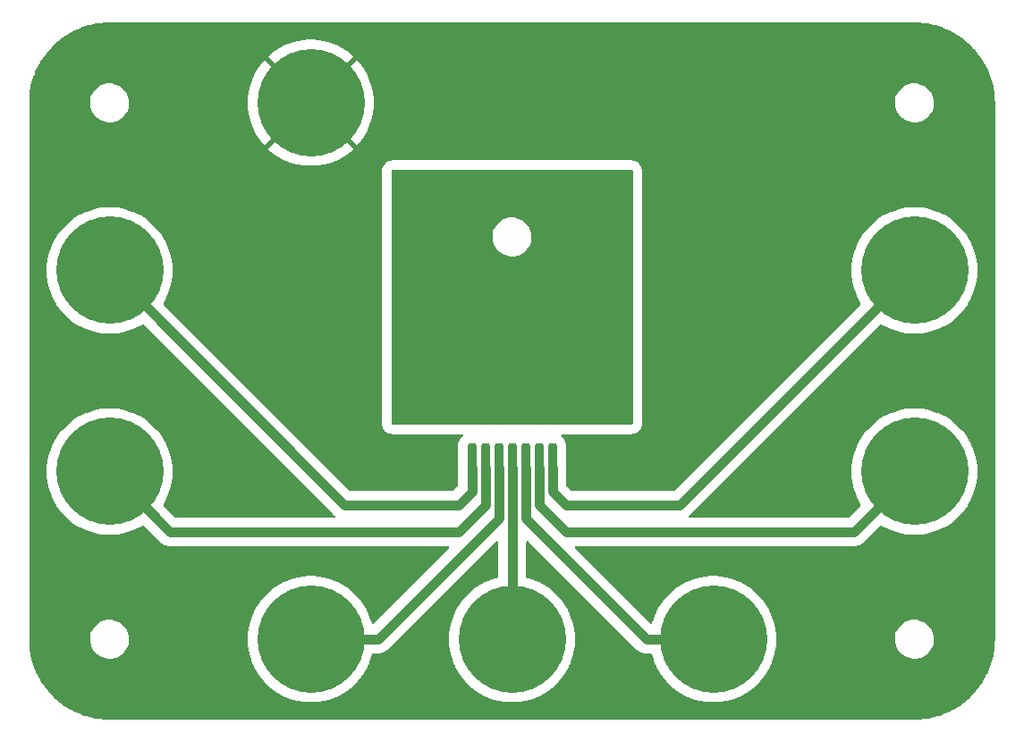
<source format=gbr>
%TF.GenerationSoftware,KiCad,Pcbnew,7.0.9*%
%TF.CreationDate,2023-11-14T16:15:09-06:00*%
%TF.ProjectId,to263-prototype,746f3236-332d-4707-926f-746f74797065,rev?*%
%TF.SameCoordinates,Original*%
%TF.FileFunction,Copper,L1,Top*%
%TF.FilePolarity,Positive*%
%FSLAX46Y46*%
G04 Gerber Fmt 4.6, Leading zero omitted, Abs format (unit mm)*
G04 Created by KiCad (PCBNEW 7.0.9) date 2023-11-14 16:15:09*
%MOMM*%
%LPD*%
G01*
G04 APERTURE LIST*
G04 Aperture macros list*
%AMRoundRect*
0 Rectangle with rounded corners*
0 $1 Rounding radius*
0 $2 $3 $4 $5 $6 $7 $8 $9 X,Y pos of 4 corners*
0 Add a 4 corners polygon primitive as box body*
4,1,4,$2,$3,$4,$5,$6,$7,$8,$9,$2,$3,0*
0 Add four circle primitives for the rounded corners*
1,1,$1+$1,$2,$3*
1,1,$1+$1,$4,$5*
1,1,$1+$1,$6,$7*
1,1,$1+$1,$8,$9*
0 Add four rect primitives between the rounded corners*
20,1,$1+$1,$2,$3,$4,$5,0*
20,1,$1+$1,$4,$5,$6,$7,0*
20,1,$1+$1,$6,$7,$8,$9,0*
20,1,$1+$1,$8,$9,$2,$3,0*%
G04 Aperture macros list end*
%TA.AperFunction,ComponentPad*%
%ADD10C,10.160000*%
%TD*%
%TA.AperFunction,SMDPad,CuDef*%
%ADD11RoundRect,0.200000X0.200000X-2.100000X0.200000X2.100000X-0.200000X2.100000X-0.200000X-2.100000X0*%
%TD*%
%TA.AperFunction,SMDPad,CuDef*%
%ADD12RoundRect,0.250000X2.375000X-2.025000X2.375000X2.025000X-2.375000X2.025000X-2.375000X-2.025000X0*%
%TD*%
%TA.AperFunction,SMDPad,CuDef*%
%ADD13RoundRect,0.250002X5.149998X-4.449998X5.149998X4.449998X-5.149998X4.449998X-5.149998X-4.449998X0*%
%TD*%
%TA.AperFunction,ViaPad*%
%ADD14C,0.800000*%
%TD*%
%TA.AperFunction,Conductor*%
%ADD15C,0.889000*%
%TD*%
G04 APERTURE END LIST*
D10*
%TO.P,J8,1,Pin_1*%
%TO.N,GND*%
X69850000Y-50800000D03*
%TD*%
%TO.P,J4,1,Pin_1*%
%TO.N,Net-(J4-Pin_1)*%
X88900000Y-101600000D03*
%TD*%
%TO.P,J1,1,Pin_1*%
%TO.N,Net-(J1-Pin_1)*%
X50800000Y-66675000D03*
%TD*%
%TO.P,J3,1,Pin_1*%
%TO.N,Net-(J3-Pin_1)*%
X69850000Y-101600000D03*
%TD*%
%TO.P,J6,1,Pin_1*%
%TO.N,Net-(J6-Pin_1)*%
X127000000Y-85725000D03*
%TD*%
%TO.P,J5,1,Pin_1*%
%TO.N,Net-(J5-Pin_1)*%
X107950000Y-101600000D03*
%TD*%
%TO.P,J2,1,Pin_1*%
%TO.N,Net-(J2-Pin_1)*%
X50800000Y-85725000D03*
%TD*%
%TO.P,J7,1,Pin_1*%
%TO.N,Net-(J7-Pin_1)*%
X127000000Y-66675000D03*
%TD*%
D11*
%TO.P,U1,1,Pin_1*%
%TO.N,Net-(J1-Pin_1)*%
X85090000Y-85350000D03*
%TO.P,U1,2,Pin_2*%
%TO.N,Net-(J2-Pin_1)*%
X86360000Y-85350000D03*
%TO.P,U1,3,Pin_3*%
%TO.N,Net-(J3-Pin_1)*%
X87630000Y-85350000D03*
%TO.P,U1,4,Pin_4*%
%TO.N,Net-(J4-Pin_1)*%
X88900000Y-85350000D03*
D12*
X86125000Y-78625000D03*
X91675000Y-78625000D03*
D13*
X88900000Y-76200000D03*
D12*
X86125000Y-73775000D03*
X91675000Y-73775000D03*
D11*
%TO.P,U1,5,Pin_5*%
%TO.N,Net-(J5-Pin_1)*%
X90170000Y-85350000D03*
%TO.P,U1,6,Pin_6*%
%TO.N,Net-(J6-Pin_1)*%
X91440000Y-85350000D03*
%TO.P,U1,7,Pin_7*%
%TO.N,Net-(J7-Pin_1)*%
X92710000Y-85350000D03*
%TD*%
D14*
%TO.N,Net-(J4-Pin_1)*%
X96520000Y-77470000D03*
X96520000Y-74930000D03*
X86360000Y-68580000D03*
X81280000Y-72390000D03*
X91440000Y-68580000D03*
X93980000Y-68580000D03*
X81280000Y-74930000D03*
X81280000Y-80010000D03*
X81280000Y-69850000D03*
X83820000Y-68580000D03*
X96520000Y-69850000D03*
X96520000Y-80010000D03*
X81280000Y-77470000D03*
X88900000Y-68580000D03*
X96520000Y-72390000D03*
%TD*%
D15*
%TO.N,Net-(J1-Pin_1)*%
X85090000Y-87650000D02*
X83840000Y-88900000D01*
X73025000Y-88900000D02*
X50800000Y-66675000D01*
X85090000Y-85350000D02*
X85090000Y-87650000D01*
X83840000Y-88900000D02*
X73025000Y-88900000D01*
%TO.N,Net-(J2-Pin_1)*%
X56515000Y-91440000D02*
X50800000Y-85725000D01*
X83820000Y-91440000D02*
X56515000Y-91440000D01*
X86360000Y-85350000D02*
X86360000Y-88900000D01*
X86360000Y-88900000D02*
X83820000Y-91440000D01*
%TO.N,Net-(J3-Pin_1)*%
X87630000Y-85350000D02*
X87630000Y-90170000D01*
X87630000Y-90170000D02*
X76200000Y-101600000D01*
X76200000Y-101600000D02*
X69850000Y-101600000D01*
%TO.N,Net-(J4-Pin_1)*%
X88900000Y-85350000D02*
X88900000Y-101600000D01*
%TO.N,Net-(J5-Pin_1)*%
X90170000Y-85350000D02*
X90170000Y-90170000D01*
X101600000Y-101600000D02*
X107950000Y-101600000D01*
X90170000Y-90170000D02*
X101600000Y-101600000D01*
%TO.N,Net-(J6-Pin_1)*%
X121285000Y-91440000D02*
X127000000Y-85725000D01*
X93980000Y-91440000D02*
X121285000Y-91440000D01*
X91440000Y-88900000D02*
X93980000Y-91440000D01*
X91440000Y-85350000D02*
X91440000Y-88900000D01*
%TO.N,Net-(J7-Pin_1)*%
X104775000Y-88900000D02*
X127000000Y-66675000D01*
X92710000Y-87630000D02*
X93980000Y-88900000D01*
X92710000Y-85350000D02*
X92710000Y-87630000D01*
X93980000Y-88900000D02*
X104775000Y-88900000D01*
%TD*%
%TA.AperFunction,Conductor*%
%TO.N,GND*%
G36*
X127322140Y-43191504D02*
G01*
X127522520Y-43198661D01*
X127526580Y-43198942D01*
X127814973Y-43228589D01*
X128051748Y-43254046D01*
X128055619Y-43254588D01*
X128334032Y-43302592D01*
X128575786Y-43346209D01*
X128579345Y-43346963D01*
X128841257Y-43410789D01*
X128850934Y-43413148D01*
X129092051Y-43474689D01*
X129095400Y-43475647D01*
X129360331Y-43559732D01*
X129598091Y-43638866D01*
X129601205Y-43639999D01*
X129715553Y-43685091D01*
X129858831Y-43741592D01*
X130091402Y-43837927D01*
X130094269Y-43839202D01*
X130251768Y-43914105D01*
X130343806Y-43957877D01*
X130569576Y-44070889D01*
X130572211Y-44072288D01*
X130812732Y-44207526D01*
X130898176Y-44258221D01*
X131030359Y-44336650D01*
X131032709Y-44338117D01*
X131163888Y-44424157D01*
X131263229Y-44489315D01*
X131263251Y-44489329D01*
X131472485Y-44634603D01*
X131693115Y-44801912D01*
X131891579Y-44961844D01*
X132046837Y-45097222D01*
X132100199Y-45143751D01*
X132286816Y-45317497D01*
X132482502Y-45513183D01*
X132656248Y-45699800D01*
X132708860Y-45760137D01*
X132838158Y-45908423D01*
X132947881Y-46044582D01*
X132998087Y-46106884D01*
X133165396Y-46327514D01*
X133310670Y-46536748D01*
X133461881Y-46767289D01*
X133463359Y-46769656D01*
X133592473Y-46987267D01*
X133727710Y-47227787D01*
X133729109Y-47230422D01*
X133842122Y-47456193D01*
X133960786Y-47705706D01*
X133962076Y-47708608D01*
X134058414Y-47941188D01*
X134159999Y-48198793D01*
X134161150Y-48201959D01*
X134240283Y-48439717D01*
X134324340Y-48704561D01*
X134325319Y-48707984D01*
X134386851Y-48949065D01*
X134453021Y-49220589D01*
X134453799Y-49224261D01*
X134497418Y-49466026D01*
X134545410Y-49744381D01*
X134545957Y-49748288D01*
X134571425Y-49985174D01*
X134601053Y-50273378D01*
X134601338Y-50277506D01*
X134608507Y-50478225D01*
X134619500Y-50800001D01*
X134619500Y-101599999D01*
X134608507Y-101921774D01*
X134601338Y-102122492D01*
X134601053Y-102126620D01*
X134571425Y-102414825D01*
X134545957Y-102651710D01*
X134545410Y-102655617D01*
X134497418Y-102933973D01*
X134453799Y-103175737D01*
X134453021Y-103179409D01*
X134386851Y-103450934D01*
X134325319Y-103692014D01*
X134324340Y-103695437D01*
X134240283Y-103960282D01*
X134161150Y-104198039D01*
X134160000Y-104201205D01*
X134058414Y-104458811D01*
X133962076Y-104691390D01*
X133960786Y-104694292D01*
X133842122Y-104943806D01*
X133729109Y-105169576D01*
X133727710Y-105172211D01*
X133592473Y-105412732D01*
X133463359Y-105630342D01*
X133461881Y-105632709D01*
X133310670Y-105863251D01*
X133165396Y-106072485D01*
X132998087Y-106293115D01*
X132838151Y-106491585D01*
X132656248Y-106700199D01*
X132482502Y-106886816D01*
X132286816Y-107082502D01*
X132100199Y-107256248D01*
X131891585Y-107438151D01*
X131693115Y-107598087D01*
X131472485Y-107765396D01*
X131263251Y-107910670D01*
X131032709Y-108061881D01*
X131030342Y-108063359D01*
X130812732Y-108192473D01*
X130572211Y-108327710D01*
X130569576Y-108329109D01*
X130343806Y-108442122D01*
X130094292Y-108560786D01*
X130091390Y-108562076D01*
X129858811Y-108658414D01*
X129601205Y-108760000D01*
X129598039Y-108761150D01*
X129360282Y-108840283D01*
X129095437Y-108924340D01*
X129092014Y-108925319D01*
X128850934Y-108986851D01*
X128579409Y-109053021D01*
X128575737Y-109053799D01*
X128333973Y-109097418D01*
X128055617Y-109145410D01*
X128051710Y-109145957D01*
X127814825Y-109171425D01*
X127526620Y-109201053D01*
X127522492Y-109201338D01*
X127321774Y-109208507D01*
X126999999Y-109219500D01*
X50800001Y-109219500D01*
X50478225Y-109208507D01*
X50277506Y-109201338D01*
X50273378Y-109201053D01*
X49985174Y-109171425D01*
X49748288Y-109145957D01*
X49744381Y-109145410D01*
X49466026Y-109097418D01*
X49224261Y-109053799D01*
X49220604Y-109053024D01*
X49119381Y-109028356D01*
X48949065Y-108986851D01*
X48707984Y-108925319D01*
X48704561Y-108924340D01*
X48439717Y-108840283D01*
X48201950Y-108761146D01*
X48198793Y-108759999D01*
X47941188Y-108658414D01*
X47708608Y-108562076D01*
X47705706Y-108560786D01*
X47456193Y-108442122D01*
X47230422Y-108329109D01*
X47227787Y-108327710D01*
X46987267Y-108192473D01*
X46769656Y-108063359D01*
X46767289Y-108061881D01*
X46536748Y-107910670D01*
X46327514Y-107765396D01*
X46106884Y-107598087D01*
X46023367Y-107530785D01*
X45908423Y-107438158D01*
X45760137Y-107308860D01*
X45699800Y-107256248D01*
X45513183Y-107082502D01*
X45317497Y-106886816D01*
X45143751Y-106700199D01*
X45066097Y-106611142D01*
X44961844Y-106491579D01*
X44801912Y-106293115D01*
X44634603Y-106072485D01*
X44489329Y-105863251D01*
X44338117Y-105632709D01*
X44336650Y-105630359D01*
X44207526Y-105412732D01*
X44072288Y-105172211D01*
X44070889Y-105169576D01*
X43957877Y-104943806D01*
X43918755Y-104861545D01*
X43839202Y-104694270D01*
X43837922Y-104691390D01*
X43741585Y-104458811D01*
X43639999Y-104201205D01*
X43638866Y-104198091D01*
X43559732Y-103960331D01*
X43475647Y-103695400D01*
X43474689Y-103692051D01*
X43413148Y-103450934D01*
X43402031Y-103405316D01*
X43346963Y-103179345D01*
X43346209Y-103175786D01*
X43302586Y-102933999D01*
X43254588Y-102655617D01*
X43254046Y-102651748D01*
X43228574Y-102414825D01*
X43198942Y-102126580D01*
X43198661Y-102122520D01*
X43191492Y-101921774D01*
X43182815Y-101667763D01*
X48945787Y-101667763D01*
X48975413Y-101937013D01*
X48975415Y-101937024D01*
X49024982Y-102126620D01*
X49043928Y-102199088D01*
X49149870Y-102448390D01*
X49258147Y-102625808D01*
X49290979Y-102679605D01*
X49290986Y-102679615D01*
X49464253Y-102887819D01*
X49464259Y-102887824D01*
X49515765Y-102933973D01*
X49665998Y-103068582D01*
X49891910Y-103218044D01*
X50137176Y-103333020D01*
X50137183Y-103333022D01*
X50137185Y-103333023D01*
X50396557Y-103411057D01*
X50396564Y-103411058D01*
X50396569Y-103411060D01*
X50664561Y-103450500D01*
X50664566Y-103450500D01*
X50867636Y-103450500D01*
X50919133Y-103446730D01*
X51070156Y-103435677D01*
X51206451Y-103405316D01*
X51334546Y-103376782D01*
X51334548Y-103376781D01*
X51334553Y-103376780D01*
X51587558Y-103280014D01*
X51823777Y-103147441D01*
X52038177Y-102981888D01*
X52226186Y-102786881D01*
X52383799Y-102566579D01*
X52479850Y-102379759D01*
X52507649Y-102325690D01*
X52507651Y-102325684D01*
X52507656Y-102325675D01*
X52595118Y-102069305D01*
X52644319Y-101802933D01*
X52654212Y-101532235D01*
X52624586Y-101262982D01*
X52556072Y-101000912D01*
X52450130Y-100751610D01*
X52309018Y-100520390D01*
X52219747Y-100413119D01*
X52135746Y-100312180D01*
X52135740Y-100312175D01*
X51934002Y-100131418D01*
X51708092Y-99981957D01*
X51708090Y-99981956D01*
X51462824Y-99866980D01*
X51462819Y-99866978D01*
X51462814Y-99866976D01*
X51203442Y-99788942D01*
X51203428Y-99788939D01*
X51087791Y-99771921D01*
X50935439Y-99749500D01*
X50732369Y-99749500D01*
X50732364Y-99749500D01*
X50529844Y-99764323D01*
X50529831Y-99764325D01*
X50265453Y-99823217D01*
X50265446Y-99823220D01*
X50012439Y-99919987D01*
X49776226Y-100052557D01*
X49561822Y-100218112D01*
X49373822Y-100413109D01*
X49373816Y-100413116D01*
X49216202Y-100633419D01*
X49216199Y-100633424D01*
X49092350Y-100874309D01*
X49092343Y-100874327D01*
X49004884Y-101130685D01*
X49004881Y-101130699D01*
X48955681Y-101397068D01*
X48955680Y-101397075D01*
X48945787Y-101667763D01*
X43182815Y-101667763D01*
X43180500Y-101600000D01*
X43180500Y-101599500D01*
X43180500Y-85725001D01*
X44825655Y-85725001D01*
X44845028Y-86205734D01*
X44903021Y-86683355D01*
X44903021Y-86683354D01*
X44972989Y-87026077D01*
X44999259Y-87154754D01*
X45133116Y-87616884D01*
X45133119Y-87616893D01*
X45303730Y-88066756D01*
X45416400Y-88304202D01*
X45509980Y-88501417D01*
X45731121Y-88884444D01*
X45750548Y-88918091D01*
X45783773Y-88966225D01*
X46023853Y-89314042D01*
X46328139Y-89686724D01*
X46328142Y-89686727D01*
X46661427Y-90033713D01*
X47021553Y-90352757D01*
X47406188Y-90641792D01*
X47812830Y-90898937D01*
X47812831Y-90898937D01*
X48238853Y-91122530D01*
X48566128Y-91261968D01*
X48681468Y-91311110D01*
X48681470Y-91311110D01*
X48681478Y-91311114D01*
X48863002Y-91371715D01*
X49137833Y-91463467D01*
X49137836Y-91463467D01*
X49137836Y-91463468D01*
X49604976Y-91578607D01*
X50079870Y-91655785D01*
X50079871Y-91655785D01*
X50559435Y-91694500D01*
X50559437Y-91694500D01*
X51040565Y-91694500D01*
X51520129Y-91655785D01*
X51520130Y-91655785D01*
X51995024Y-91578607D01*
X52462164Y-91463468D01*
X52462164Y-91463467D01*
X52462167Y-91463467D01*
X52736997Y-91371715D01*
X52918522Y-91311114D01*
X52918529Y-91311110D01*
X52918532Y-91311110D01*
X53033872Y-91261968D01*
X53361147Y-91122530D01*
X53787169Y-90898937D01*
X53787168Y-90898937D01*
X53787173Y-90898935D01*
X53887255Y-90835646D01*
X53954434Y-90816453D01*
X54021328Y-90836628D01*
X54041208Y-90852769D01*
X55489193Y-92300754D01*
X55654246Y-92465807D01*
X55684381Y-92486908D01*
X55699916Y-92497786D01*
X55704208Y-92501079D01*
X55746927Y-92536924D01*
X55795236Y-92564815D01*
X55799770Y-92567704D01*
X55845452Y-92599691D01*
X55895990Y-92623256D01*
X55900766Y-92625743D01*
X55900784Y-92625753D01*
X55949063Y-92653628D01*
X55949067Y-92653630D01*
X55949074Y-92653634D01*
X56001483Y-92672708D01*
X56006463Y-92674772D01*
X56057000Y-92698338D01*
X56057001Y-92698338D01*
X56057002Y-92698339D01*
X56110855Y-92712768D01*
X56116013Y-92714395D01*
X56159354Y-92730169D01*
X56168417Y-92733468D01*
X56223341Y-92743151D01*
X56228604Y-92744319D01*
X56236480Y-92746429D01*
X56282468Y-92758752D01*
X56338047Y-92763613D01*
X56343353Y-92764312D01*
X56398290Y-92774000D01*
X56456753Y-92774000D01*
X82840077Y-92774000D01*
X82907116Y-92793685D01*
X82952871Y-92846489D01*
X82962815Y-92915647D01*
X82933790Y-92979203D01*
X82927758Y-92985681D01*
X75819902Y-100093535D01*
X75758579Y-100127020D01*
X75688887Y-100122036D01*
X75632954Y-100080164D01*
X75613117Y-100040353D01*
X75516884Y-99708116D01*
X75346275Y-99258256D01*
X75346272Y-99258251D01*
X75346270Y-99258244D01*
X75233599Y-99020797D01*
X75140020Y-98823583D01*
X74899457Y-98406917D01*
X74899454Y-98406913D01*
X74899452Y-98406909D01*
X74811359Y-98279285D01*
X74626147Y-98010958D01*
X74321861Y-97638276D01*
X73988574Y-97291288D01*
X73628447Y-96972243D01*
X73243815Y-96683210D01*
X72837173Y-96426065D01*
X72837170Y-96426063D01*
X72837169Y-96426063D01*
X72411147Y-96202470D01*
X72083872Y-96063031D01*
X71968532Y-96013890D01*
X71968529Y-96013889D01*
X71968522Y-96013886D01*
X71786997Y-95953284D01*
X71512167Y-95861533D01*
X71512164Y-95861532D01*
X71045024Y-95746393D01*
X70570130Y-95669215D01*
X70570129Y-95669215D01*
X70090565Y-95630500D01*
X70090563Y-95630500D01*
X69609437Y-95630500D01*
X69609435Y-95630500D01*
X69129871Y-95669215D01*
X69129870Y-95669215D01*
X68654976Y-95746393D01*
X68187836Y-95861532D01*
X68187833Y-95861533D01*
X67913002Y-95953284D01*
X67731478Y-96013886D01*
X67731470Y-96013889D01*
X67731468Y-96013890D01*
X67616128Y-96063031D01*
X67288853Y-96202470D01*
X66862832Y-96426063D01*
X66862831Y-96426063D01*
X66862828Y-96426065D01*
X66456185Y-96683210D01*
X66071553Y-96972243D01*
X65711426Y-97291288D01*
X65378139Y-97638276D01*
X65073853Y-98010958D01*
X64888640Y-98279285D01*
X64800548Y-98406909D01*
X64800545Y-98406913D01*
X64800543Y-98406917D01*
X64559980Y-98823583D01*
X64466400Y-99020797D01*
X64353730Y-99258244D01*
X64353727Y-99258251D01*
X64353725Y-99258256D01*
X64183116Y-99708116D01*
X64049260Y-100170241D01*
X63953021Y-100641645D01*
X63953021Y-100641646D01*
X63953021Y-100641648D01*
X63895028Y-101119265D01*
X63875655Y-101600000D01*
X63895028Y-102080735D01*
X63909398Y-102199082D01*
X63953021Y-102558355D01*
X63953021Y-102558354D01*
X64033729Y-102953685D01*
X64049259Y-103029754D01*
X64183116Y-103491884D01*
X64340418Y-103906657D01*
X64353730Y-103941756D01*
X64362521Y-103960282D01*
X64559980Y-104376417D01*
X64741830Y-104691390D01*
X64800548Y-104793091D01*
X64856940Y-104874788D01*
X65073853Y-105189042D01*
X65378139Y-105561724D01*
X65711426Y-105908712D01*
X66071553Y-106227757D01*
X66422643Y-106491585D01*
X66456188Y-106516792D01*
X66862830Y-106773937D01*
X66862831Y-106773937D01*
X67277649Y-106991650D01*
X67288853Y-106997530D01*
X67488291Y-107082502D01*
X67731468Y-107186110D01*
X67731470Y-107186110D01*
X67731478Y-107186114D01*
X67913002Y-107246715D01*
X68187833Y-107338467D01*
X68187836Y-107338467D01*
X68187836Y-107338468D01*
X68654976Y-107453607D01*
X69129870Y-107530785D01*
X69129871Y-107530785D01*
X69609435Y-107569500D01*
X69609437Y-107569500D01*
X70090565Y-107569500D01*
X70570129Y-107530785D01*
X70570130Y-107530785D01*
X71045024Y-107453607D01*
X71512164Y-107338468D01*
X71512164Y-107338467D01*
X71512167Y-107338467D01*
X71786997Y-107246715D01*
X71968522Y-107186114D01*
X71968529Y-107186110D01*
X71968532Y-107186110D01*
X72211709Y-107082502D01*
X72411147Y-106997530D01*
X72422351Y-106991650D01*
X72837169Y-106773937D01*
X72837170Y-106773937D01*
X73243812Y-106516792D01*
X73277357Y-106491585D01*
X73628447Y-106227757D01*
X73988574Y-105908712D01*
X74321861Y-105561724D01*
X74626147Y-105189042D01*
X74843060Y-104874788D01*
X74899452Y-104793091D01*
X74958170Y-104691390D01*
X75140020Y-104376417D01*
X75337479Y-103960282D01*
X75346270Y-103941756D01*
X75359582Y-103906657D01*
X75516884Y-103491884D01*
X75650741Y-103029754D01*
X75650742Y-103029748D01*
X75651094Y-103028323D01*
X75686251Y-102967943D01*
X75748471Y-102936155D01*
X75771490Y-102934000D01*
X76316707Y-102934000D01*
X76316710Y-102934000D01*
X76371645Y-102924313D01*
X76376966Y-102923613D01*
X76432532Y-102918752D01*
X76486416Y-102904313D01*
X76491653Y-102903152D01*
X76546583Y-102893467D01*
X76567018Y-102886029D01*
X76598977Y-102874397D01*
X76604134Y-102872771D01*
X76657998Y-102858339D01*
X76708536Y-102834771D01*
X76713526Y-102832705D01*
X76765927Y-102813634D01*
X76814232Y-102785744D01*
X76819006Y-102783258D01*
X76869548Y-102759691D01*
X76915226Y-102727706D01*
X76919772Y-102724809D01*
X76968074Y-102696923D01*
X77010811Y-102661060D01*
X77015068Y-102657795D01*
X77060754Y-102625807D01*
X77225807Y-102460754D01*
X87354319Y-92332242D01*
X87415642Y-92298757D01*
X87485334Y-92303741D01*
X87541267Y-92345613D01*
X87565684Y-92411077D01*
X87566000Y-92419923D01*
X87566000Y-95683499D01*
X87546315Y-95750538D01*
X87493511Y-95796293D01*
X87471675Y-95803896D01*
X87237836Y-95861532D01*
X87237833Y-95861533D01*
X86963002Y-95953284D01*
X86781478Y-96013886D01*
X86781470Y-96013889D01*
X86781468Y-96013890D01*
X86666128Y-96063031D01*
X86338853Y-96202470D01*
X85912832Y-96426063D01*
X85912831Y-96426063D01*
X85912828Y-96426065D01*
X85506185Y-96683210D01*
X85121553Y-96972243D01*
X84761426Y-97291288D01*
X84428139Y-97638276D01*
X84123853Y-98010958D01*
X83938640Y-98279285D01*
X83850548Y-98406909D01*
X83850545Y-98406913D01*
X83850543Y-98406917D01*
X83609980Y-98823583D01*
X83516400Y-99020797D01*
X83403730Y-99258244D01*
X83403727Y-99258251D01*
X83403725Y-99258256D01*
X83233116Y-99708116D01*
X83099260Y-100170241D01*
X83003021Y-100641645D01*
X83003021Y-100641646D01*
X83003021Y-100641648D01*
X82945028Y-101119265D01*
X82925655Y-101600000D01*
X82945028Y-102080735D01*
X82959398Y-102199082D01*
X83003021Y-102558355D01*
X83003021Y-102558354D01*
X83083729Y-102953685D01*
X83099259Y-103029754D01*
X83233116Y-103491884D01*
X83390418Y-103906657D01*
X83403730Y-103941756D01*
X83412521Y-103960282D01*
X83609980Y-104376417D01*
X83791830Y-104691390D01*
X83850548Y-104793091D01*
X83906940Y-104874788D01*
X84123853Y-105189042D01*
X84428139Y-105561724D01*
X84761426Y-105908712D01*
X85121553Y-106227757D01*
X85472643Y-106491585D01*
X85506188Y-106516792D01*
X85912830Y-106773937D01*
X85912831Y-106773937D01*
X86327649Y-106991650D01*
X86338853Y-106997530D01*
X86538291Y-107082502D01*
X86781468Y-107186110D01*
X86781470Y-107186110D01*
X86781478Y-107186114D01*
X86963002Y-107246715D01*
X87237833Y-107338467D01*
X87237836Y-107338467D01*
X87237836Y-107338468D01*
X87704976Y-107453607D01*
X88179870Y-107530785D01*
X88179871Y-107530785D01*
X88659435Y-107569500D01*
X88659437Y-107569500D01*
X89140565Y-107569500D01*
X89620129Y-107530785D01*
X89620130Y-107530785D01*
X90095024Y-107453607D01*
X90562164Y-107338468D01*
X90562164Y-107338467D01*
X90562167Y-107338467D01*
X90836997Y-107246715D01*
X91018522Y-107186114D01*
X91018529Y-107186110D01*
X91018532Y-107186110D01*
X91261709Y-107082502D01*
X91461147Y-106997530D01*
X91472351Y-106991650D01*
X91887169Y-106773937D01*
X91887170Y-106773937D01*
X92293812Y-106516792D01*
X92327357Y-106491585D01*
X92678447Y-106227757D01*
X93038574Y-105908712D01*
X93371861Y-105561724D01*
X93676147Y-105189042D01*
X93893060Y-104874788D01*
X93949452Y-104793091D01*
X94008170Y-104691390D01*
X94190020Y-104376417D01*
X94387479Y-103960282D01*
X94396270Y-103941756D01*
X94409582Y-103906657D01*
X94566884Y-103491884D01*
X94700741Y-103029754D01*
X94716271Y-102953685D01*
X94796979Y-102558354D01*
X94796979Y-102558355D01*
X94840602Y-102199082D01*
X94854972Y-102080735D01*
X94874345Y-101600000D01*
X94854972Y-101119265D01*
X94796979Y-100641648D01*
X94796979Y-100641646D01*
X94796978Y-100641645D01*
X94700740Y-100170241D01*
X94566884Y-99708116D01*
X94396275Y-99258256D01*
X94396272Y-99258251D01*
X94396270Y-99258244D01*
X94283599Y-99020797D01*
X94190020Y-98823583D01*
X93949457Y-98406917D01*
X93949454Y-98406913D01*
X93949452Y-98406909D01*
X93861359Y-98279285D01*
X93676147Y-98010958D01*
X93371861Y-97638276D01*
X93038574Y-97291288D01*
X92678447Y-96972243D01*
X92293815Y-96683210D01*
X91887173Y-96426065D01*
X91887170Y-96426063D01*
X91887169Y-96426063D01*
X91461147Y-96202470D01*
X91133872Y-96063031D01*
X91018532Y-96013890D01*
X91018529Y-96013889D01*
X91018522Y-96013886D01*
X90836997Y-95953284D01*
X90562167Y-95861533D01*
X90562164Y-95861532D01*
X90328325Y-95803896D01*
X90267944Y-95768739D01*
X90236156Y-95706520D01*
X90234000Y-95683499D01*
X90234000Y-92419923D01*
X90253685Y-92352884D01*
X90306489Y-92307129D01*
X90375647Y-92297185D01*
X90439203Y-92326210D01*
X90445681Y-92332242D01*
X100574193Y-102460754D01*
X100739246Y-102625807D01*
X100784936Y-102657799D01*
X100789199Y-102661070D01*
X100820674Y-102687481D01*
X100831922Y-102696920D01*
X100831929Y-102696925D01*
X100880211Y-102724801D01*
X100884775Y-102727708D01*
X100930447Y-102759688D01*
X100930449Y-102759689D01*
X100930452Y-102759691D01*
X100980979Y-102783252D01*
X100985772Y-102785748D01*
X101016186Y-102803306D01*
X101034073Y-102813634D01*
X101064695Y-102824779D01*
X101086472Y-102832705D01*
X101091473Y-102834777D01*
X101114362Y-102845450D01*
X101142002Y-102858339D01*
X101142006Y-102858340D01*
X101142004Y-102858340D01*
X101188965Y-102870922D01*
X101195857Y-102872769D01*
X101195865Y-102872771D01*
X101201027Y-102874399D01*
X101220988Y-102881663D01*
X101253417Y-102893467D01*
X101308342Y-102903151D01*
X101313590Y-102904315D01*
X101367468Y-102918752D01*
X101417666Y-102923143D01*
X101423017Y-102923612D01*
X101428376Y-102924317D01*
X101483290Y-102934000D01*
X101541753Y-102934000D01*
X102028510Y-102934000D01*
X102095549Y-102953685D01*
X102141304Y-103006489D01*
X102148906Y-103028323D01*
X102149257Y-103029748D01*
X102149259Y-103029754D01*
X102283116Y-103491884D01*
X102440418Y-103906657D01*
X102453730Y-103941756D01*
X102462521Y-103960282D01*
X102659980Y-104376417D01*
X102841830Y-104691390D01*
X102900548Y-104793091D01*
X102956940Y-104874788D01*
X103173853Y-105189042D01*
X103478139Y-105561724D01*
X103811426Y-105908712D01*
X104171553Y-106227757D01*
X104522643Y-106491585D01*
X104556188Y-106516792D01*
X104962830Y-106773937D01*
X104962831Y-106773937D01*
X105377649Y-106991650D01*
X105388853Y-106997530D01*
X105588291Y-107082502D01*
X105831468Y-107186110D01*
X105831470Y-107186110D01*
X105831478Y-107186114D01*
X106013002Y-107246715D01*
X106287833Y-107338467D01*
X106287836Y-107338467D01*
X106287836Y-107338468D01*
X106754976Y-107453607D01*
X107229870Y-107530785D01*
X107229871Y-107530785D01*
X107709435Y-107569500D01*
X107709437Y-107569500D01*
X108190565Y-107569500D01*
X108670129Y-107530785D01*
X108670130Y-107530785D01*
X109145024Y-107453607D01*
X109612164Y-107338468D01*
X109612164Y-107338467D01*
X109612167Y-107338467D01*
X109886997Y-107246715D01*
X110068522Y-107186114D01*
X110068529Y-107186110D01*
X110068532Y-107186110D01*
X110311709Y-107082502D01*
X110511147Y-106997530D01*
X110522351Y-106991650D01*
X110937169Y-106773937D01*
X110937170Y-106773937D01*
X111343812Y-106516792D01*
X111377357Y-106491585D01*
X111728447Y-106227757D01*
X112088574Y-105908712D01*
X112421861Y-105561724D01*
X112726147Y-105189042D01*
X112943060Y-104874788D01*
X112999452Y-104793091D01*
X113058170Y-104691390D01*
X113240020Y-104376417D01*
X113437479Y-103960282D01*
X113446270Y-103941756D01*
X113459582Y-103906657D01*
X113616884Y-103491884D01*
X113750741Y-103029754D01*
X113766271Y-102953685D01*
X113846979Y-102558354D01*
X113846979Y-102558355D01*
X113890602Y-102199082D01*
X113904972Y-102080735D01*
X113921614Y-101667763D01*
X125145787Y-101667763D01*
X125175413Y-101937013D01*
X125175415Y-101937024D01*
X125224982Y-102126620D01*
X125243928Y-102199088D01*
X125349870Y-102448390D01*
X125458147Y-102625808D01*
X125490979Y-102679605D01*
X125490986Y-102679615D01*
X125664253Y-102887819D01*
X125664259Y-102887824D01*
X125715765Y-102933973D01*
X125865998Y-103068582D01*
X126091910Y-103218044D01*
X126337176Y-103333020D01*
X126337183Y-103333022D01*
X126337185Y-103333023D01*
X126596557Y-103411057D01*
X126596564Y-103411058D01*
X126596569Y-103411060D01*
X126864561Y-103450500D01*
X126864566Y-103450500D01*
X127067636Y-103450500D01*
X127119133Y-103446730D01*
X127270156Y-103435677D01*
X127406451Y-103405316D01*
X127534546Y-103376782D01*
X127534548Y-103376781D01*
X127534553Y-103376780D01*
X127787558Y-103280014D01*
X128023777Y-103147441D01*
X128238177Y-102981888D01*
X128426186Y-102786881D01*
X128583799Y-102566579D01*
X128679850Y-102379759D01*
X128707649Y-102325690D01*
X128707651Y-102325684D01*
X128707656Y-102325675D01*
X128795118Y-102069305D01*
X128844319Y-101802933D01*
X128854212Y-101532235D01*
X128824586Y-101262982D01*
X128756072Y-101000912D01*
X128650130Y-100751610D01*
X128509018Y-100520390D01*
X128419747Y-100413119D01*
X128335746Y-100312180D01*
X128335740Y-100312175D01*
X128134002Y-100131418D01*
X127908092Y-99981957D01*
X127908090Y-99981956D01*
X127662824Y-99866980D01*
X127662819Y-99866978D01*
X127662814Y-99866976D01*
X127403442Y-99788942D01*
X127403428Y-99788939D01*
X127287791Y-99771921D01*
X127135439Y-99749500D01*
X126932369Y-99749500D01*
X126932364Y-99749500D01*
X126729844Y-99764323D01*
X126729831Y-99764325D01*
X126465453Y-99823217D01*
X126465446Y-99823220D01*
X126212439Y-99919987D01*
X125976226Y-100052557D01*
X125761822Y-100218112D01*
X125573822Y-100413109D01*
X125573816Y-100413116D01*
X125416202Y-100633419D01*
X125416199Y-100633424D01*
X125292350Y-100874309D01*
X125292343Y-100874327D01*
X125204884Y-101130685D01*
X125204881Y-101130699D01*
X125155681Y-101397068D01*
X125155680Y-101397075D01*
X125145787Y-101667763D01*
X113921614Y-101667763D01*
X113924345Y-101600000D01*
X113904972Y-101119265D01*
X113846979Y-100641648D01*
X113846979Y-100641646D01*
X113846978Y-100641645D01*
X113750740Y-100170241D01*
X113616884Y-99708116D01*
X113446275Y-99258256D01*
X113446272Y-99258251D01*
X113446270Y-99258244D01*
X113333599Y-99020797D01*
X113240020Y-98823583D01*
X112999457Y-98406917D01*
X112999454Y-98406913D01*
X112999452Y-98406909D01*
X112911359Y-98279285D01*
X112726147Y-98010958D01*
X112421861Y-97638276D01*
X112088574Y-97291288D01*
X111728447Y-96972243D01*
X111343815Y-96683210D01*
X110937173Y-96426065D01*
X110937170Y-96426063D01*
X110937169Y-96426063D01*
X110511147Y-96202470D01*
X110183872Y-96063031D01*
X110068532Y-96013890D01*
X110068529Y-96013889D01*
X110068522Y-96013886D01*
X109886997Y-95953284D01*
X109612167Y-95861533D01*
X109612164Y-95861532D01*
X109145024Y-95746393D01*
X108670130Y-95669215D01*
X108670129Y-95669215D01*
X108190565Y-95630500D01*
X108190563Y-95630500D01*
X107709437Y-95630500D01*
X107709435Y-95630500D01*
X107229871Y-95669215D01*
X107229870Y-95669215D01*
X106754976Y-95746393D01*
X106287836Y-95861532D01*
X106287833Y-95861533D01*
X106013002Y-95953284D01*
X105831478Y-96013886D01*
X105831470Y-96013889D01*
X105831468Y-96013890D01*
X105716128Y-96063031D01*
X105388853Y-96202470D01*
X104962832Y-96426063D01*
X104962831Y-96426063D01*
X104962828Y-96426065D01*
X104556185Y-96683210D01*
X104171553Y-96972243D01*
X103811426Y-97291288D01*
X103478139Y-97638276D01*
X103173853Y-98010958D01*
X102988640Y-98279285D01*
X102900548Y-98406909D01*
X102900545Y-98406913D01*
X102900543Y-98406917D01*
X102659980Y-98823583D01*
X102566400Y-99020797D01*
X102453730Y-99258244D01*
X102453727Y-99258251D01*
X102453725Y-99258256D01*
X102283116Y-99708116D01*
X102259705Y-99788940D01*
X102186882Y-100040354D01*
X102149323Y-100099270D01*
X102085874Y-100128527D01*
X102016680Y-100118837D01*
X101980097Y-100093536D01*
X94872242Y-92985681D01*
X94838757Y-92924358D01*
X94843741Y-92854666D01*
X94885613Y-92798733D01*
X94951077Y-92774316D01*
X94959923Y-92774000D01*
X121401707Y-92774000D01*
X121401710Y-92774000D01*
X121456645Y-92764313D01*
X121461966Y-92763613D01*
X121517532Y-92758752D01*
X121571416Y-92744313D01*
X121576653Y-92743152D01*
X121631583Y-92733467D01*
X121683977Y-92714397D01*
X121689130Y-92712772D01*
X121742998Y-92698339D01*
X121793536Y-92674771D01*
X121798526Y-92672705D01*
X121798540Y-92672700D01*
X121850927Y-92653634D01*
X121899232Y-92625744D01*
X121904006Y-92623258D01*
X121954548Y-92599691D01*
X122000226Y-92567706D01*
X122004772Y-92564809D01*
X122053074Y-92536923D01*
X122095811Y-92501060D01*
X122100068Y-92497795D01*
X122145754Y-92465807D01*
X122310807Y-92300754D01*
X123758792Y-90852767D01*
X123820113Y-90819284D01*
X123889804Y-90824268D01*
X123912741Y-90835644D01*
X123939822Y-90852769D01*
X124012830Y-90898937D01*
X124012831Y-90898937D01*
X124438853Y-91122530D01*
X124766128Y-91261968D01*
X124881468Y-91311110D01*
X124881470Y-91311110D01*
X124881478Y-91311114D01*
X125063002Y-91371715D01*
X125337833Y-91463467D01*
X125337836Y-91463467D01*
X125337836Y-91463468D01*
X125804976Y-91578607D01*
X126279870Y-91655785D01*
X126279871Y-91655785D01*
X126759435Y-91694500D01*
X126759437Y-91694500D01*
X127240565Y-91694500D01*
X127720129Y-91655785D01*
X127720130Y-91655785D01*
X128195024Y-91578607D01*
X128662164Y-91463468D01*
X128662164Y-91463467D01*
X128662167Y-91463467D01*
X128936997Y-91371715D01*
X129118522Y-91311114D01*
X129118529Y-91311110D01*
X129118532Y-91311110D01*
X129233872Y-91261968D01*
X129561147Y-91122530D01*
X129987169Y-90898937D01*
X129987170Y-90898937D01*
X130393812Y-90641792D01*
X130778447Y-90352757D01*
X131138573Y-90033713D01*
X131471858Y-89686727D01*
X131471857Y-89686727D01*
X131471861Y-89686724D01*
X131776147Y-89314042D01*
X132016227Y-88966225D01*
X132049452Y-88918091D01*
X132068879Y-88884444D01*
X132290020Y-88501417D01*
X132383599Y-88304202D01*
X132496270Y-88066756D01*
X132666881Y-87616893D01*
X132666884Y-87616884D01*
X132800741Y-87154754D01*
X132827011Y-87026077D01*
X132896979Y-86683354D01*
X132896979Y-86683355D01*
X132954972Y-86205734D01*
X132974345Y-85725001D01*
X132974345Y-85724999D01*
X132954972Y-85244266D01*
X132896979Y-84766645D01*
X132896979Y-84766646D01*
X132800740Y-84295241D01*
X132666884Y-83833116D01*
X132496275Y-83383256D01*
X132496272Y-83383251D01*
X132496270Y-83383244D01*
X132371387Y-83120061D01*
X132290020Y-82948583D01*
X132049457Y-82531917D01*
X132049454Y-82531913D01*
X132049452Y-82531909D01*
X131959224Y-82401191D01*
X131776147Y-82135958D01*
X131766891Y-82124622D01*
X131582723Y-81899057D01*
X131471861Y-81763276D01*
X131138574Y-81416288D01*
X131054695Y-81341978D01*
X130778447Y-81097243D01*
X130393812Y-80808208D01*
X129987170Y-80551063D01*
X129987169Y-80551063D01*
X129561147Y-80327470D01*
X129233872Y-80188031D01*
X129118532Y-80138890D01*
X129118529Y-80138889D01*
X129118522Y-80138886D01*
X128936997Y-80078284D01*
X128662167Y-79986533D01*
X128662164Y-79986532D01*
X128195024Y-79871393D01*
X127720130Y-79794215D01*
X127720129Y-79794215D01*
X127240565Y-79755500D01*
X127240563Y-79755500D01*
X126759437Y-79755500D01*
X126759435Y-79755500D01*
X126279871Y-79794215D01*
X126279870Y-79794215D01*
X125804976Y-79871393D01*
X125337836Y-79986532D01*
X125337833Y-79986533D01*
X125063002Y-80078284D01*
X124881478Y-80138886D01*
X124881470Y-80138889D01*
X124881468Y-80138890D01*
X124766128Y-80188031D01*
X124438853Y-80327470D01*
X124012832Y-80551063D01*
X124012831Y-80551063D01*
X123606188Y-80808208D01*
X123221553Y-81097243D01*
X122945305Y-81341978D01*
X122861426Y-81416288D01*
X122528139Y-81763276D01*
X122417277Y-81899057D01*
X122233109Y-82124622D01*
X122223853Y-82135958D01*
X122040776Y-82401191D01*
X121950548Y-82531909D01*
X121950545Y-82531913D01*
X121950543Y-82531917D01*
X121709980Y-82948583D01*
X121628613Y-83120061D01*
X121503730Y-83383244D01*
X121503727Y-83383251D01*
X121503725Y-83383256D01*
X121333116Y-83833116D01*
X121199260Y-84295241D01*
X121103021Y-84766646D01*
X121103021Y-84766645D01*
X121045028Y-85244266D01*
X121025655Y-85724999D01*
X121025655Y-85725001D01*
X121045028Y-86205734D01*
X121103021Y-86683355D01*
X121103021Y-86683354D01*
X121172989Y-87026077D01*
X121199259Y-87154754D01*
X121333116Y-87616884D01*
X121333119Y-87616893D01*
X121503730Y-88066756D01*
X121616400Y-88304202D01*
X121709980Y-88501417D01*
X121709982Y-88501420D01*
X121891918Y-88816544D01*
X121908391Y-88884444D01*
X121885538Y-88950471D01*
X121872212Y-88966225D01*
X120768758Y-90069681D01*
X120707435Y-90103166D01*
X120681077Y-90106000D01*
X105754924Y-90106000D01*
X105687885Y-90086315D01*
X105642130Y-90033511D01*
X105632186Y-89964353D01*
X105661211Y-89900797D01*
X105667242Y-89894319D01*
X105800807Y-89760754D01*
X110269808Y-85291753D01*
X123758792Y-71802767D01*
X123820113Y-71769284D01*
X123889805Y-71774268D01*
X123912741Y-71785644D01*
X123939822Y-71802769D01*
X124012830Y-71848937D01*
X124012831Y-71848937D01*
X124438853Y-72072530D01*
X124766128Y-72211968D01*
X124881468Y-72261110D01*
X124881470Y-72261110D01*
X124881478Y-72261114D01*
X125063002Y-72321715D01*
X125337833Y-72413467D01*
X125337836Y-72413467D01*
X125337836Y-72413468D01*
X125804976Y-72528607D01*
X126279870Y-72605785D01*
X126279871Y-72605785D01*
X126759435Y-72644500D01*
X126759437Y-72644500D01*
X127240565Y-72644500D01*
X127720129Y-72605785D01*
X127720130Y-72605785D01*
X128195024Y-72528607D01*
X128662164Y-72413468D01*
X128662164Y-72413467D01*
X128662167Y-72413467D01*
X128936997Y-72321715D01*
X129118522Y-72261114D01*
X129118529Y-72261110D01*
X129118532Y-72261110D01*
X129233872Y-72211968D01*
X129561147Y-72072530D01*
X129987169Y-71848937D01*
X129987170Y-71848937D01*
X130393812Y-71591792D01*
X130778447Y-71302757D01*
X131138573Y-70983713D01*
X131471858Y-70636727D01*
X131471857Y-70636727D01*
X131471861Y-70636724D01*
X131776147Y-70264042D01*
X132016227Y-69916225D01*
X132049452Y-69868091D01*
X132068879Y-69834444D01*
X132290020Y-69451417D01*
X132383599Y-69254202D01*
X132496270Y-69016756D01*
X132666881Y-68566893D01*
X132666884Y-68566884D01*
X132800741Y-68104754D01*
X132896979Y-67633354D01*
X132896979Y-67633355D01*
X132954972Y-67155734D01*
X132974345Y-66675001D01*
X132974345Y-66674999D01*
X132954972Y-66194266D01*
X132896979Y-65716645D01*
X132896979Y-65716646D01*
X132800740Y-65245241D01*
X132666884Y-64783116D01*
X132496275Y-64333256D01*
X132496272Y-64333251D01*
X132496270Y-64333244D01*
X132383599Y-64095797D01*
X132290020Y-63898583D01*
X132049457Y-63481917D01*
X132049454Y-63481913D01*
X132049452Y-63481909D01*
X131961359Y-63354285D01*
X131776147Y-63085958D01*
X131471861Y-62713276D01*
X131138574Y-62366288D01*
X130778447Y-62047243D01*
X130393815Y-61758210D01*
X129987173Y-61501065D01*
X129987170Y-61501063D01*
X129987169Y-61501063D01*
X129561147Y-61277470D01*
X129233872Y-61138031D01*
X129118532Y-61088890D01*
X129118529Y-61088889D01*
X129118522Y-61088886D01*
X128936997Y-61028284D01*
X128662167Y-60936533D01*
X128662164Y-60936532D01*
X128195024Y-60821393D01*
X127720130Y-60744215D01*
X127720129Y-60744215D01*
X127240565Y-60705500D01*
X127240563Y-60705500D01*
X126759437Y-60705500D01*
X126759435Y-60705500D01*
X126279871Y-60744215D01*
X126279870Y-60744215D01*
X125804976Y-60821393D01*
X125337836Y-60936532D01*
X125337833Y-60936533D01*
X125063002Y-61028284D01*
X124881478Y-61088886D01*
X124881470Y-61088889D01*
X124881468Y-61088890D01*
X124766128Y-61138031D01*
X124438853Y-61277470D01*
X124012832Y-61501063D01*
X124012831Y-61501063D01*
X124012828Y-61501065D01*
X123606185Y-61758210D01*
X123221553Y-62047243D01*
X122861426Y-62366288D01*
X122528139Y-62713276D01*
X122223853Y-63085958D01*
X122038640Y-63354285D01*
X121950548Y-63481909D01*
X121950545Y-63481913D01*
X121950543Y-63481917D01*
X121709980Y-63898583D01*
X121616400Y-64095797D01*
X121503730Y-64333244D01*
X121503727Y-64333251D01*
X121503725Y-64333256D01*
X121333116Y-64783116D01*
X121199260Y-65245241D01*
X121103021Y-65716646D01*
X121103021Y-65716645D01*
X121045028Y-66194266D01*
X121025655Y-66674999D01*
X121025655Y-66675001D01*
X121045028Y-67155734D01*
X121103021Y-67633355D01*
X121103021Y-67633354D01*
X121199259Y-68104754D01*
X121333116Y-68566884D01*
X121333119Y-68566893D01*
X121503730Y-69016756D01*
X121616400Y-69254202D01*
X121709980Y-69451417D01*
X121709982Y-69451420D01*
X121891918Y-69766544D01*
X121908391Y-69834444D01*
X121885538Y-69900471D01*
X121872212Y-69916225D01*
X104258758Y-87529681D01*
X104197435Y-87563166D01*
X104171077Y-87566000D01*
X94583923Y-87566000D01*
X94516884Y-87546315D01*
X94496242Y-87529681D01*
X94080319Y-87113758D01*
X94046834Y-87052435D01*
X94044000Y-87026077D01*
X94044000Y-85291753D01*
X94028752Y-85117472D01*
X94028752Y-85117468D01*
X94003724Y-85024062D01*
X93999499Y-84991969D01*
X93999499Y-83166809D01*
X93996716Y-83120075D01*
X93996716Y-83120067D01*
X93952488Y-82916753D01*
X93870581Y-82725483D01*
X93753957Y-82553171D01*
X93606829Y-82406043D01*
X93606827Y-82406042D01*
X93606822Y-82406037D01*
X93599661Y-82401191D01*
X93555175Y-82347313D01*
X93546880Y-82277938D01*
X93577408Y-82215091D01*
X93637069Y-82178725D01*
X93669163Y-82174500D01*
X100206001Y-82174500D01*
X100206010Y-82174499D01*
X100210266Y-82174490D01*
X100210283Y-82174488D01*
X100210285Y-82174488D01*
X100388005Y-82154951D01*
X100396147Y-82154056D01*
X100447658Y-82142850D01*
X100517681Y-82124622D01*
X100629808Y-82077236D01*
X100689928Y-82051830D01*
X100689930Y-82051829D01*
X100689930Y-82051828D01*
X100689932Y-82051828D01*
X100843284Y-81944812D01*
X100896088Y-81899057D01*
X100991874Y-81802355D01*
X101097427Y-81647992D01*
X101168579Y-81475056D01*
X101188264Y-81408017D01*
X101204953Y-81341977D01*
X101224500Y-81156000D01*
X101224500Y-57274000D01*
X101224490Y-57269734D01*
X101204056Y-57083853D01*
X101192850Y-57032342D01*
X101174622Y-56962319D01*
X101161917Y-56932257D01*
X101101830Y-56790071D01*
X101101829Y-56790069D01*
X100994812Y-56636716D01*
X100949054Y-56583909D01*
X100852353Y-56488124D01*
X100697989Y-56382571D01*
X100525062Y-56311423D01*
X100525058Y-56311421D01*
X100525056Y-56311421D01*
X100458017Y-56291736D01*
X100436315Y-56286251D01*
X100391983Y-56275048D01*
X100391978Y-56275047D01*
X100354781Y-56271137D01*
X100206000Y-56255500D01*
X77594000Y-56255500D01*
X77593999Y-56255500D01*
X77589734Y-56255510D01*
X77589714Y-56255511D01*
X77403871Y-56275941D01*
X77403849Y-56275944D01*
X77352342Y-56287150D01*
X77282317Y-56305378D01*
X77110071Y-56378169D01*
X77110069Y-56378170D01*
X76956716Y-56485187D01*
X76903909Y-56530946D01*
X76808124Y-56627646D01*
X76702571Y-56782010D01*
X76631423Y-56954937D01*
X76611736Y-57021984D01*
X76595048Y-57088016D01*
X76595047Y-57088021D01*
X76575500Y-57273999D01*
X76575500Y-81156001D01*
X76575510Y-81160265D01*
X76575511Y-81160285D01*
X76595941Y-81346128D01*
X76595944Y-81346150D01*
X76607150Y-81397658D01*
X76625378Y-81467682D01*
X76698169Y-81639928D01*
X76698170Y-81639930D01*
X76805187Y-81793283D01*
X76850946Y-81846091D01*
X76947646Y-81941875D01*
X77019027Y-81990685D01*
X77102008Y-82047427D01*
X77102009Y-82047427D01*
X77102010Y-82047428D01*
X77205114Y-82089848D01*
X77274944Y-82118579D01*
X77341983Y-82138264D01*
X77408023Y-82154953D01*
X77594000Y-82174500D01*
X84130837Y-82174500D01*
X84197876Y-82194185D01*
X84243631Y-82246989D01*
X84253575Y-82316147D01*
X84224550Y-82379703D01*
X84200339Y-82401191D01*
X84193177Y-82406037D01*
X84193168Y-82406045D01*
X84046045Y-82553168D01*
X84046041Y-82553173D01*
X83929416Y-82725487D01*
X83847512Y-82916751D01*
X83847509Y-82916762D01*
X83803284Y-83120061D01*
X83800500Y-83166808D01*
X83800500Y-84991970D01*
X83796275Y-85024062D01*
X83771250Y-85117460D01*
X83771247Y-85117473D01*
X83756000Y-85291753D01*
X83756000Y-87046077D01*
X83736315Y-87113116D01*
X83719681Y-87133758D01*
X83323758Y-87529681D01*
X83262435Y-87563166D01*
X83236077Y-87566000D01*
X73628923Y-87566000D01*
X73561884Y-87546315D01*
X73541242Y-87529681D01*
X55927786Y-69916225D01*
X55894301Y-69854902D01*
X55899285Y-69785210D01*
X55908080Y-69766544D01*
X56090018Y-69451420D01*
X56090020Y-69451417D01*
X56183599Y-69254202D01*
X56296270Y-69016756D01*
X56466881Y-68566893D01*
X56466884Y-68566884D01*
X56600741Y-68104754D01*
X56696979Y-67633354D01*
X56696979Y-67633355D01*
X56754972Y-67155734D01*
X56774345Y-66675001D01*
X56774345Y-66674999D01*
X56754972Y-66194266D01*
X56696979Y-65716645D01*
X56696979Y-65716646D01*
X56600740Y-65245241D01*
X56466884Y-64783116D01*
X56296275Y-64333256D01*
X56296272Y-64333251D01*
X56296270Y-64333244D01*
X56183599Y-64095797D01*
X56090020Y-63898583D01*
X55849457Y-63481917D01*
X55849454Y-63481913D01*
X55849452Y-63481909D01*
X55761359Y-63354285D01*
X55576147Y-63085958D01*
X55271861Y-62713276D01*
X54938574Y-62366288D01*
X54578447Y-62047243D01*
X54193815Y-61758210D01*
X53787173Y-61501065D01*
X53787170Y-61501063D01*
X53787169Y-61501063D01*
X53361147Y-61277470D01*
X53033872Y-61138031D01*
X52918532Y-61088890D01*
X52918529Y-61088889D01*
X52918522Y-61088886D01*
X52736997Y-61028284D01*
X52462167Y-60936533D01*
X52462164Y-60936532D01*
X51995024Y-60821393D01*
X51520130Y-60744215D01*
X51520129Y-60744215D01*
X51040565Y-60705500D01*
X51040563Y-60705500D01*
X50559437Y-60705500D01*
X50559435Y-60705500D01*
X50079871Y-60744215D01*
X50079870Y-60744215D01*
X49604976Y-60821393D01*
X49137836Y-60936532D01*
X49137833Y-60936533D01*
X48863002Y-61028284D01*
X48681478Y-61088886D01*
X48681470Y-61088889D01*
X48681468Y-61088890D01*
X48566128Y-61138031D01*
X48238853Y-61277470D01*
X47812832Y-61501063D01*
X47812831Y-61501063D01*
X47812828Y-61501065D01*
X47406185Y-61758210D01*
X47021553Y-62047243D01*
X46661426Y-62366288D01*
X46328139Y-62713276D01*
X46023853Y-63085958D01*
X45838640Y-63354285D01*
X45750548Y-63481909D01*
X45750545Y-63481913D01*
X45750543Y-63481917D01*
X45509980Y-63898583D01*
X45416400Y-64095797D01*
X45303730Y-64333244D01*
X45303727Y-64333251D01*
X45303725Y-64333256D01*
X45133116Y-64783116D01*
X44999260Y-65245241D01*
X44903021Y-65716646D01*
X44903021Y-65716645D01*
X44845028Y-66194266D01*
X44825655Y-66674999D01*
X44825655Y-66675001D01*
X44845028Y-67155734D01*
X44903021Y-67633355D01*
X44903021Y-67633354D01*
X44999259Y-68104754D01*
X45133116Y-68566884D01*
X45133119Y-68566893D01*
X45303730Y-69016756D01*
X45416400Y-69254202D01*
X45509980Y-69451417D01*
X45731121Y-69834444D01*
X45750548Y-69868091D01*
X45783773Y-69916225D01*
X46023853Y-70264042D01*
X46328139Y-70636724D01*
X46328142Y-70636727D01*
X46661427Y-70983713D01*
X47021553Y-71302757D01*
X47406188Y-71591792D01*
X47812830Y-71848937D01*
X47812831Y-71848937D01*
X48238853Y-72072530D01*
X48566128Y-72211968D01*
X48681468Y-72261110D01*
X48681470Y-72261110D01*
X48681478Y-72261114D01*
X48863002Y-72321715D01*
X49137833Y-72413467D01*
X49137836Y-72413467D01*
X49137836Y-72413468D01*
X49604976Y-72528607D01*
X50079870Y-72605785D01*
X50079871Y-72605785D01*
X50559435Y-72644500D01*
X50559437Y-72644500D01*
X51040565Y-72644500D01*
X51520129Y-72605785D01*
X51520130Y-72605785D01*
X51995024Y-72528607D01*
X52462164Y-72413468D01*
X52462164Y-72413467D01*
X52462167Y-72413467D01*
X52736997Y-72321715D01*
X52918522Y-72261114D01*
X52918529Y-72261110D01*
X52918532Y-72261110D01*
X53033872Y-72211968D01*
X53361147Y-72072530D01*
X53787169Y-71848937D01*
X53787168Y-71848937D01*
X53787173Y-71848935D01*
X53887255Y-71785646D01*
X53954434Y-71766453D01*
X54021328Y-71786628D01*
X54041208Y-71802769D01*
X72132758Y-89894319D01*
X72166242Y-89955642D01*
X72161258Y-90025334D01*
X72119386Y-90081267D01*
X72053922Y-90105684D01*
X72045076Y-90106000D01*
X57118923Y-90106000D01*
X57051884Y-90086315D01*
X57031242Y-90069681D01*
X55927786Y-88966225D01*
X55894301Y-88904902D01*
X55899285Y-88835210D01*
X55908080Y-88816544D01*
X56090018Y-88501420D01*
X56090020Y-88501417D01*
X56183599Y-88304202D01*
X56296270Y-88066756D01*
X56466881Y-87616893D01*
X56466884Y-87616884D01*
X56600741Y-87154754D01*
X56627011Y-87026077D01*
X56696979Y-86683354D01*
X56696979Y-86683355D01*
X56754972Y-86205734D01*
X56774345Y-85725001D01*
X56774345Y-85724999D01*
X56754972Y-85244266D01*
X56696979Y-84766645D01*
X56696979Y-84766646D01*
X56600740Y-84295241D01*
X56466884Y-83833116D01*
X56296275Y-83383256D01*
X56296272Y-83383251D01*
X56296270Y-83383244D01*
X56171387Y-83120061D01*
X56090020Y-82948583D01*
X55849457Y-82531917D01*
X55849454Y-82531913D01*
X55849452Y-82531909D01*
X55759224Y-82401191D01*
X55576147Y-82135958D01*
X55566891Y-82124622D01*
X55382723Y-81899057D01*
X55271861Y-81763276D01*
X54938574Y-81416288D01*
X54854695Y-81341978D01*
X54578447Y-81097243D01*
X54193812Y-80808208D01*
X53787170Y-80551063D01*
X53787169Y-80551063D01*
X53361147Y-80327470D01*
X53033872Y-80188031D01*
X52918532Y-80138890D01*
X52918529Y-80138889D01*
X52918522Y-80138886D01*
X52736997Y-80078284D01*
X52462167Y-79986533D01*
X52462164Y-79986532D01*
X51995024Y-79871393D01*
X51520130Y-79794215D01*
X51520129Y-79794215D01*
X51040565Y-79755500D01*
X51040563Y-79755500D01*
X50559437Y-79755500D01*
X50559435Y-79755500D01*
X50079871Y-79794215D01*
X50079870Y-79794215D01*
X49604976Y-79871393D01*
X49137836Y-79986532D01*
X49137833Y-79986533D01*
X48863002Y-80078284D01*
X48681478Y-80138886D01*
X48681470Y-80138889D01*
X48681468Y-80138890D01*
X48566128Y-80188031D01*
X48238853Y-80327470D01*
X47812832Y-80551063D01*
X47812831Y-80551063D01*
X47406188Y-80808208D01*
X47021553Y-81097243D01*
X46745305Y-81341978D01*
X46661426Y-81416288D01*
X46328139Y-81763276D01*
X46217277Y-81899057D01*
X46033109Y-82124622D01*
X46023853Y-82135958D01*
X45840776Y-82401191D01*
X45750548Y-82531909D01*
X45750545Y-82531913D01*
X45750543Y-82531917D01*
X45509980Y-82948583D01*
X45428613Y-83120061D01*
X45303730Y-83383244D01*
X45303727Y-83383251D01*
X45303725Y-83383256D01*
X45133116Y-83833116D01*
X44999260Y-84295241D01*
X44903021Y-84766646D01*
X44903021Y-84766645D01*
X44845028Y-85244266D01*
X44825655Y-85724999D01*
X44825655Y-85725001D01*
X43180500Y-85725001D01*
X43180500Y-50867763D01*
X48945787Y-50867763D01*
X48975413Y-51137013D01*
X48975415Y-51137024D01*
X49043926Y-51399082D01*
X49043928Y-51399088D01*
X49149870Y-51648390D01*
X49216932Y-51758275D01*
X49290979Y-51879605D01*
X49290986Y-51879615D01*
X49464253Y-52087819D01*
X49464259Y-52087824D01*
X49665998Y-52268582D01*
X49891910Y-52418044D01*
X50137176Y-52533020D01*
X50137183Y-52533022D01*
X50137185Y-52533023D01*
X50396557Y-52611057D01*
X50396564Y-52611058D01*
X50396569Y-52611060D01*
X50664561Y-52650500D01*
X50664566Y-52650500D01*
X50867636Y-52650500D01*
X50919133Y-52646730D01*
X51070156Y-52635677D01*
X51182758Y-52610593D01*
X51334546Y-52576782D01*
X51334548Y-52576781D01*
X51334553Y-52576780D01*
X51587558Y-52480014D01*
X51823777Y-52347441D01*
X52038177Y-52181888D01*
X52226186Y-51986881D01*
X52383799Y-51766579D01*
X52457787Y-51622669D01*
X52507649Y-51525690D01*
X52507651Y-51525684D01*
X52507656Y-51525675D01*
X52595118Y-51269305D01*
X52644319Y-51002933D01*
X52651735Y-50800000D01*
X63876155Y-50800000D01*
X63895526Y-51280694D01*
X63953515Y-51758275D01*
X63953515Y-51758274D01*
X64049745Y-52229640D01*
X64183593Y-52691735D01*
X64354186Y-53141550D01*
X64560425Y-53576187D01*
X64800970Y-53992824D01*
X64800970Y-53992823D01*
X65074256Y-54388746D01*
X65378509Y-54761388D01*
X65378510Y-54761389D01*
X65455207Y-54841238D01*
X67521458Y-52774987D01*
X67541199Y-52800588D01*
X67784298Y-53050731D01*
X67877010Y-53126541D01*
X65809034Y-55194517D01*
X66071877Y-55427376D01*
X66456478Y-55716384D01*
X66863080Y-55973504D01*
X66863081Y-55973504D01*
X67289063Y-56197076D01*
X67731655Y-56385646D01*
X68187974Y-56537986D01*
X68187975Y-56537987D01*
X68655089Y-56653119D01*
X69129931Y-56730289D01*
X69129932Y-56730289D01*
X69609457Y-56769000D01*
X70090543Y-56769000D01*
X70570068Y-56730289D01*
X70570069Y-56730289D01*
X71044911Y-56653119D01*
X71512025Y-56537987D01*
X71512026Y-56537986D01*
X71968345Y-56385646D01*
X72410937Y-56197076D01*
X72836919Y-55973504D01*
X72836920Y-55973504D01*
X73243522Y-55716384D01*
X73628123Y-55427376D01*
X73890965Y-55194518D01*
X71824302Y-53127855D01*
X72040825Y-52929132D01*
X72176317Y-52772764D01*
X74244791Y-54841238D01*
X74244792Y-54841238D01*
X74321484Y-54761395D01*
X74625744Y-54388745D01*
X74625744Y-54388746D01*
X74899030Y-53992823D01*
X74899030Y-53992824D01*
X75139575Y-53576187D01*
X75345814Y-53141550D01*
X75516407Y-52691735D01*
X75650255Y-52229640D01*
X75746485Y-51758274D01*
X75746485Y-51758275D01*
X75804474Y-51280694D01*
X75821114Y-50867763D01*
X125145787Y-50867763D01*
X125175413Y-51137013D01*
X125175415Y-51137024D01*
X125243926Y-51399082D01*
X125243928Y-51399088D01*
X125349870Y-51648390D01*
X125416932Y-51758275D01*
X125490979Y-51879605D01*
X125490986Y-51879615D01*
X125664253Y-52087819D01*
X125664259Y-52087824D01*
X125865998Y-52268582D01*
X126091910Y-52418044D01*
X126337176Y-52533020D01*
X126337183Y-52533022D01*
X126337185Y-52533023D01*
X126596557Y-52611057D01*
X126596564Y-52611058D01*
X126596569Y-52611060D01*
X126864561Y-52650500D01*
X126864566Y-52650500D01*
X127067636Y-52650500D01*
X127119133Y-52646730D01*
X127270156Y-52635677D01*
X127382758Y-52610593D01*
X127534546Y-52576782D01*
X127534548Y-52576781D01*
X127534553Y-52576780D01*
X127787558Y-52480014D01*
X128023777Y-52347441D01*
X128238177Y-52181888D01*
X128426186Y-51986881D01*
X128583799Y-51766579D01*
X128657787Y-51622669D01*
X128707649Y-51525690D01*
X128707651Y-51525684D01*
X128707656Y-51525675D01*
X128795118Y-51269305D01*
X128844319Y-51002933D01*
X128854212Y-50732235D01*
X128824586Y-50462982D01*
X128756072Y-50200912D01*
X128650130Y-49951610D01*
X128509018Y-49720390D01*
X128419747Y-49613119D01*
X128335746Y-49512180D01*
X128335740Y-49512175D01*
X128134002Y-49331418D01*
X127908092Y-49181957D01*
X127908090Y-49181956D01*
X127662824Y-49066980D01*
X127662819Y-49066978D01*
X127662814Y-49066976D01*
X127403442Y-48988942D01*
X127403428Y-48988939D01*
X127287791Y-48971921D01*
X127135439Y-48949500D01*
X126932369Y-48949500D01*
X126932364Y-48949500D01*
X126729844Y-48964323D01*
X126729831Y-48964325D01*
X126465453Y-49023217D01*
X126465446Y-49023220D01*
X126212439Y-49119987D01*
X125976226Y-49252557D01*
X125761822Y-49418112D01*
X125573822Y-49613109D01*
X125573816Y-49613116D01*
X125416202Y-49833419D01*
X125416199Y-49833424D01*
X125292350Y-50074309D01*
X125292343Y-50074327D01*
X125204884Y-50330685D01*
X125204881Y-50330699D01*
X125155681Y-50597068D01*
X125155680Y-50597075D01*
X125145787Y-50867763D01*
X75821114Y-50867763D01*
X75823845Y-50800000D01*
X75804474Y-50319306D01*
X75746485Y-49841725D01*
X75746485Y-49841726D01*
X75650255Y-49370360D01*
X75516407Y-48908265D01*
X75345814Y-48458450D01*
X75139575Y-48023813D01*
X74899030Y-47607176D01*
X74899030Y-47607177D01*
X74625744Y-47211254D01*
X74321491Y-46838612D01*
X74321490Y-46838611D01*
X74244791Y-46758760D01*
X72178540Y-48825010D01*
X72158801Y-48799412D01*
X71915702Y-48549269D01*
X71822988Y-48473457D01*
X73890965Y-46405481D01*
X73628123Y-46172624D01*
X73243522Y-45883616D01*
X72836920Y-45626496D01*
X72836919Y-45626496D01*
X72410937Y-45402924D01*
X71968345Y-45214354D01*
X71512026Y-45062014D01*
X71512025Y-45062013D01*
X71044911Y-44946881D01*
X70570069Y-44869711D01*
X70570068Y-44869711D01*
X70090543Y-44831000D01*
X69609457Y-44831000D01*
X69129932Y-44869711D01*
X69129931Y-44869711D01*
X68655089Y-44946881D01*
X68187975Y-45062013D01*
X68187974Y-45062014D01*
X67731655Y-45214354D01*
X67289063Y-45402924D01*
X66863082Y-45626496D01*
X66863081Y-45626496D01*
X66456478Y-45883616D01*
X66071869Y-46172629D01*
X65809034Y-46405480D01*
X65809033Y-46405480D01*
X67875697Y-48472144D01*
X67659175Y-48670868D01*
X67523682Y-48827235D01*
X65455207Y-46758760D01*
X65455206Y-46758760D01*
X65378510Y-46838611D01*
X65074256Y-47211254D01*
X64800970Y-47607177D01*
X64800970Y-47607176D01*
X64560425Y-48023813D01*
X64354186Y-48458450D01*
X64183593Y-48908265D01*
X64049745Y-49370360D01*
X63953515Y-49841726D01*
X63953515Y-49841725D01*
X63895526Y-50319306D01*
X63876155Y-50800000D01*
X52651735Y-50800000D01*
X52654212Y-50732235D01*
X52624586Y-50462982D01*
X52556072Y-50200912D01*
X52450130Y-49951610D01*
X52309018Y-49720390D01*
X52219747Y-49613119D01*
X52135746Y-49512180D01*
X52135740Y-49512175D01*
X51934002Y-49331418D01*
X51708092Y-49181957D01*
X51708090Y-49181956D01*
X51462824Y-49066980D01*
X51462819Y-49066978D01*
X51462814Y-49066976D01*
X51203442Y-48988942D01*
X51203428Y-48988939D01*
X51087791Y-48971921D01*
X50935439Y-48949500D01*
X50732369Y-48949500D01*
X50732364Y-48949500D01*
X50529844Y-48964323D01*
X50529831Y-48964325D01*
X50265453Y-49023217D01*
X50265446Y-49023220D01*
X50012439Y-49119987D01*
X49776226Y-49252557D01*
X49561822Y-49418112D01*
X49373822Y-49613109D01*
X49373816Y-49613116D01*
X49216202Y-49833419D01*
X49216199Y-49833424D01*
X49092350Y-50074309D01*
X49092343Y-50074327D01*
X49004884Y-50330685D01*
X49004881Y-50330699D01*
X48955681Y-50597068D01*
X48955680Y-50597075D01*
X48945787Y-50867763D01*
X43180500Y-50867763D01*
X43180500Y-50800000D01*
X43191498Y-50478044D01*
X43198662Y-50277475D01*
X43198941Y-50273423D01*
X43228583Y-49985081D01*
X43254047Y-49748242D01*
X43254588Y-49744380D01*
X43258724Y-49720394D01*
X43302600Y-49465918D01*
X43346212Y-49224199D01*
X43346960Y-49220667D01*
X43413151Y-48949050D01*
X43474694Y-48707930D01*
X43475641Y-48704617D01*
X43559725Y-48439689D01*
X43638874Y-48201885D01*
X43639999Y-48198793D01*
X43695338Y-48058464D01*
X43741592Y-47941168D01*
X43837939Y-47708568D01*
X43839188Y-47705759D01*
X43957879Y-47456187D01*
X44070907Y-47230387D01*
X44072272Y-47227815D01*
X44207530Y-46987259D01*
X44336662Y-46769619D01*
X44338101Y-46767313D01*
X44489345Y-46536724D01*
X44634588Y-46327534D01*
X44801919Y-46106875D01*
X44961840Y-45908424D01*
X45143758Y-45699792D01*
X45317483Y-45513197D01*
X45513197Y-45317483D01*
X45699784Y-45143765D01*
X45908424Y-44961840D01*
X46106875Y-44801919D01*
X46327534Y-44634588D01*
X46536724Y-44489345D01*
X46767313Y-44338101D01*
X46769619Y-44336662D01*
X46987232Y-44207545D01*
X47227815Y-44072272D01*
X47230387Y-44070907D01*
X47456167Y-43957889D01*
X47705759Y-43839188D01*
X47708568Y-43837939D01*
X47941162Y-43741595D01*
X48198808Y-43639993D01*
X48201885Y-43638874D01*
X48439689Y-43559725D01*
X48704617Y-43475641D01*
X48707930Y-43474694D01*
X48949035Y-43413155D01*
X49220667Y-43346960D01*
X49224199Y-43346212D01*
X49465918Y-43302600D01*
X49744393Y-43254586D01*
X49748242Y-43254047D01*
X49985080Y-43228584D01*
X50273423Y-43198941D01*
X50277475Y-43198662D01*
X50477678Y-43191510D01*
X50800000Y-43180500D01*
X50800500Y-43180500D01*
X126999500Y-43180500D01*
X127000000Y-43180500D01*
X127322140Y-43191504D01*
G37*
%TD.AperFunction*%
%TD*%
%TA.AperFunction,Conductor*%
%TO.N,Net-(J4-Pin_1)*%
G36*
X100273039Y-57169685D02*
G01*
X100318794Y-57222489D01*
X100330000Y-57274000D01*
X100330000Y-81156000D01*
X100310315Y-81223039D01*
X100257511Y-81268794D01*
X100206000Y-81280000D01*
X77594000Y-81280000D01*
X77526961Y-81260315D01*
X77481206Y-81207511D01*
X77470000Y-81156000D01*
X77470000Y-63567763D01*
X87045787Y-63567763D01*
X87075413Y-63837013D01*
X87075415Y-63837024D01*
X87143926Y-64099082D01*
X87143928Y-64099088D01*
X87249870Y-64348390D01*
X87321998Y-64466575D01*
X87390979Y-64579605D01*
X87390986Y-64579615D01*
X87564253Y-64787819D01*
X87564259Y-64787824D01*
X87765998Y-64968582D01*
X87991910Y-65118044D01*
X88237176Y-65233020D01*
X88237183Y-65233022D01*
X88237185Y-65233023D01*
X88496557Y-65311057D01*
X88496564Y-65311058D01*
X88496569Y-65311060D01*
X88764561Y-65350500D01*
X88764566Y-65350500D01*
X88967636Y-65350500D01*
X89019133Y-65346730D01*
X89170156Y-65335677D01*
X89282758Y-65310593D01*
X89434546Y-65276782D01*
X89434548Y-65276781D01*
X89434553Y-65276780D01*
X89687558Y-65180014D01*
X89923777Y-65047441D01*
X90138177Y-64881888D01*
X90326186Y-64686881D01*
X90483799Y-64466579D01*
X90557787Y-64322669D01*
X90607649Y-64225690D01*
X90607651Y-64225684D01*
X90607656Y-64225675D01*
X90695118Y-63969305D01*
X90744319Y-63702933D01*
X90754212Y-63432235D01*
X90724586Y-63162982D01*
X90656072Y-62900912D01*
X90550130Y-62651610D01*
X90409018Y-62420390D01*
X90319747Y-62313119D01*
X90235746Y-62212180D01*
X90235740Y-62212175D01*
X90034002Y-62031418D01*
X89808092Y-61881957D01*
X89808090Y-61881956D01*
X89562824Y-61766980D01*
X89562819Y-61766978D01*
X89562814Y-61766976D01*
X89303442Y-61688942D01*
X89303428Y-61688939D01*
X89187791Y-61671921D01*
X89035439Y-61649500D01*
X88832369Y-61649500D01*
X88832364Y-61649500D01*
X88629844Y-61664323D01*
X88629831Y-61664325D01*
X88365453Y-61723217D01*
X88365446Y-61723220D01*
X88112439Y-61819987D01*
X87876226Y-61952557D01*
X87661822Y-62118112D01*
X87473822Y-62313109D01*
X87473816Y-62313116D01*
X87316202Y-62533419D01*
X87316199Y-62533424D01*
X87192350Y-62774309D01*
X87192343Y-62774327D01*
X87104884Y-63030685D01*
X87104881Y-63030699D01*
X87055681Y-63297068D01*
X87055680Y-63297075D01*
X87045787Y-63567763D01*
X77470000Y-63567763D01*
X77470000Y-57274000D01*
X77489685Y-57206961D01*
X77542489Y-57161206D01*
X77594000Y-57150000D01*
X100206000Y-57150000D01*
X100273039Y-57169685D01*
G37*
%TD.AperFunction*%
%TD*%
M02*

</source>
